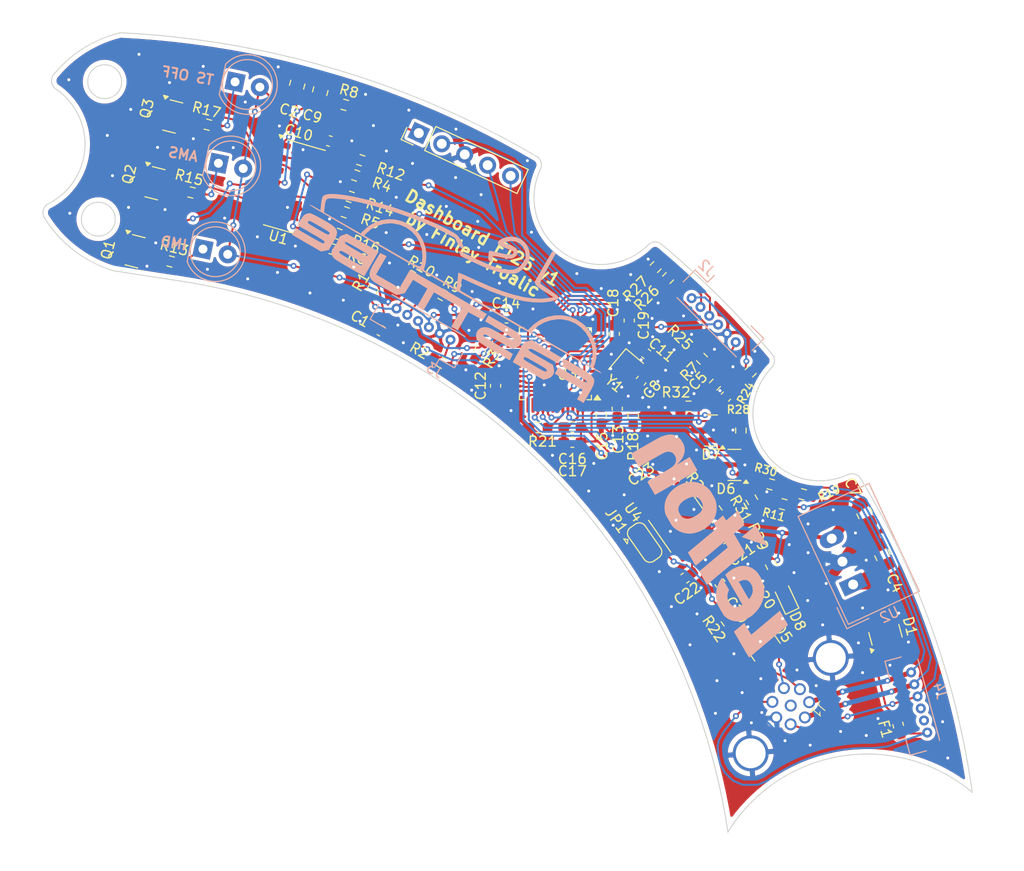
<source format=kicad_pcb>
(kicad_pcb
	(version 20240108)
	(generator "pcbnew")
	(generator_version "8.0")
	(general
		(thickness 1.6)
		(legacy_teardrops no)
	)
	(paper "A4")
	(layers
		(0 "F.Cu" signal)
		(31 "B.Cu" signal)
		(32 "B.Adhes" user "B.Adhesive")
		(33 "F.Adhes" user "F.Adhesive")
		(34 "B.Paste" user)
		(35 "F.Paste" user)
		(36 "B.SilkS" user "B.Silkscreen")
		(37 "F.SilkS" user "F.Silkscreen")
		(38 "B.Mask" user)
		(39 "F.Mask" user)
		(40 "Dwgs.User" user "User.Drawings")
		(41 "Cmts.User" user "User.Comments")
		(42 "Eco1.User" user "User.Eco1")
		(43 "Eco2.User" user "User.Eco2")
		(44 "Edge.Cuts" user)
		(45 "Margin" user)
		(46 "B.CrtYd" user "B.Courtyard")
		(47 "F.CrtYd" user "F.Courtyard")
		(48 "B.Fab" user)
		(49 "F.Fab" user)
		(50 "User.1" user)
		(51 "User.2" user)
		(52 "User.3" user)
		(53 "User.4" user)
		(54 "User.5" user)
		(55 "User.6" user)
		(56 "User.7" user)
		(57 "User.8" user)
		(58 "User.9" user)
	)
	(setup
		(pad_to_mask_clearance 0)
		(allow_soldermask_bridges_in_footprints no)
		(pcbplotparams
			(layerselection 0x00010fc_ffffffff)
			(plot_on_all_layers_selection 0x0000000_00000000)
			(disableapertmacros no)
			(usegerberextensions no)
			(usegerberattributes yes)
			(usegerberadvancedattributes yes)
			(creategerberjobfile yes)
			(dashed_line_dash_ratio 12.000000)
			(dashed_line_gap_ratio 3.000000)
			(svgprecision 4)
			(plotframeref no)
			(viasonmask no)
			(mode 1)
			(useauxorigin no)
			(hpglpennumber 1)
			(hpglpenspeed 20)
			(hpglpendiameter 15.000000)
			(pdf_front_fp_property_popups yes)
			(pdf_back_fp_property_popups yes)
			(dxfpolygonmode yes)
			(dxfimperialunits yes)
			(dxfusepcbnewfont yes)
			(psnegative no)
			(psa4output no)
			(plotreference yes)
			(plotvalue yes)
			(plotfptext yes)
			(plotinvisibletext no)
			(sketchpadsonfab no)
			(subtractmaskfromsilk no)
			(outputformat 1)
			(mirror no)
			(drillshape 0)
			(scaleselection 1)
			(outputdirectory "export/")
		)
	)
	(net 0 "")
	(net 1 "GND")
	(net 2 "Net-(U3-PF0)")
	(net 3 "Net-(U3-PF1)")
	(net 4 "+3.3V")
	(net 5 "/NRST")
	(net 6 "/CAN/Vref")
	(net 7 "/CANH")
	(net 8 "/CANL")
	(net 9 "Net-(D1-A)")
	(net 10 "Net-(JP1-C)")
	(net 11 "Net-(Q1-D)")
	(net 12 "Net-(Q1-G)")
	(net 13 "Net-(Q2-D)")
	(net 14 "Net-(Q2-G)")
	(net 15 "Net-(Q3-G)")
	(net 16 "Net-(U3-BOOT0)")
	(net 17 "Net-(U4-Rs)")
	(net 18 "+24V")
	(net 19 "unconnected-(U3-PA6-Pad16)")
	(net 20 "unconnected-(U3-PB2-Pad20)")
	(net 21 "/CAN/CAN_RX")
	(net 22 "unconnected-(U3-PC15-Pad4)")
	(net 23 "unconnected-(U3-PB14-Pad27)")
	(net 24 "/R2D_BTN")
	(net 25 "unconnected-(U3-PB7-Pad43)")
	(net 26 "/TS ON_BTN")
	(net 27 "Net-(Q3-D)")
	(net 28 "Net-(D2-K)")
	(net 29 "unconnected-(U3-PA15-Pad38)")
	(net 30 "/SWCLK")
	(net 31 "/SDC_In")
	(net 32 "Net-(D3-K)")
	(net 33 "/LEDs/IMD_LED")
	(net 34 "unconnected-(U3-PB12-Pad25)")
	(net 35 "/CAN/CAN_TX")
	(net 36 "unconnected-(U3-PC14-Pad3)")
	(net 37 "/LEDs/AMS_LED")
	(net 38 "/RaceMode_Out")
	(net 39 "Net-(D4-K)")
	(net 40 "unconnected-(U3-PA10-Pad31)")
	(net 41 "/LEDs/TSOFF_LED")
	(net 42 "unconnected-(J1-Pin_8-Pad8)")
	(net 43 "unconnected-(U3-PB9-Pad46)")
	(net 44 "unconnected-(U3-PA8-Pad29)")
	(net 45 "unconnected-(U3-PA9-Pad30)")
	(net 46 "/SWDIO")
	(net 47 "/SDC_Out")
	(net 48 "Net-(J2-Pin_2)")
	(net 49 "Net-(J2-Pin_3)")
	(net 50 "Net-(J2-Pin_6)")
	(net 51 "Net-(J2-Pin_1)")
	(net 52 "Net-(J3-Pin_4)")
	(net 53 "Net-(J3-Pin_6)")
	(net 54 "Net-(J3-Pin_1)")
	(net 55 "Net-(J3-Pin_5)")
	(net 56 "unconnected-(J4-Pin_2-Pad2)")
	(net 57 "unconnected-(J4-Pin_3-Pad3)")
	(net 58 "/TS ON_R")
	(net 59 "/TS ON_G")
	(net 60 "Net-(R12-Pad1)")
	(net 61 "Net-(R14-Pad1)")
	(net 62 "Net-(R16-Pad1)")
	(net 63 "/TS ON_B")
	(net 64 "/R2D_R")
	(net 65 "/R2D_G")
	(net 66 "/R2D_B")
	(net 67 "Net-(U1-Pad12)")
	(net 68 "unconnected-(U3-PB10-Pad21)")
	(net 69 "unconnected-(U3-PB13-Pad26)")
	(net 70 "unconnected-(U3-PB11-Pad22)")
	(net 71 "Net-(D8-A)")
	(net 72 "/LEDs/~{Power_on_test}")
	(net 73 "unconnected-(U3-PB6-Pad42)")
	(net 74 "/SDC_In_3V3")
	(net 75 "/SDC_Out_3V3")
	(net 76 "/RMode_Out_3V3")
	(net 77 "+24V_prot")
	(footprint "Capacitor_SMD:C_0805_2012Metric_Pad1.18x1.45mm_HandSolder" (layer "F.Cu") (at 158.2 100 -65))
	(footprint "Resistor_SMD:R_0603_1608Metric_Pad0.98x0.95mm_HandSolder" (layer "F.Cu") (at 138.5 76.4 45))
	(footprint "Resistor_SMD:R_0603_1608Metric_Pad0.98x0.95mm_HandSolder" (layer "F.Cu") (at 88.616745 74.738288 -14))
	(footprint "Resistor_SMD:R_0603_1608Metric_Pad0.98x0.95mm_HandSolder" (layer "F.Cu") (at 143.34 99.77 125))
	(footprint "Resistor_SMD:R_0603_1608Metric_Pad0.98x0.95mm_HandSolder" (layer "F.Cu") (at 135 90.2125 90))
	(footprint "Capacitor_SMD:C_0603_1608Metric_Pad1.08x0.95mm_HandSolder" (layer "F.Cu") (at 135.8 86.7 -130))
	(footprint "Capacitor_SMD:C_0603_1608Metric_Pad1.08x0.95mm_HandSolder" (layer "F.Cu") (at 140.19471 106.506519 35))
	(footprint "Crystal:Crystal_SMD_2016-4Pin_2.0x1.6mm" (layer "F.Cu") (at 134.286051 85.261754 -130))
	(footprint "Resistor_SMD:R_0603_1608Metric_Pad0.98x0.95mm_HandSolder" (layer "F.Cu") (at 106.132246 69.801513 161))
	(footprint "Resistor_SMD:R_0603_1608Metric_Pad0.98x0.95mm_HandSolder" (layer "F.Cu") (at 115.9 78.1 150))
	(footprint "Resistor_SMD:R_0603_1608Metric_Pad0.98x0.95mm_HandSolder" (layer "F.Cu") (at 107.173379 66.107442 -19))
	(footprint "Resistor_SMD:R_0603_1608Metric_Pad0.98x0.95mm_HandSolder" (layer "F.Cu") (at 150.05 99.1 165))
	(footprint "LED_SMD:LED_0603_1608Metric_Pad1.05x0.95mm_HandSolder" (layer "F.Cu") (at 150.25 108.325 115))
	(footprint "Resistor_SMD:R_0603_1608Metric_Pad0.98x0.95mm_HandSolder" (layer "F.Cu") (at 119.6 83.7 60))
	(footprint "Dashboard:Phoenix_SACC-DSI-M8FS-8CON-M10" (layer "F.Cu") (at 150.8 119.3 -130))
	(footprint "Package_QFP:LQFP-48_7x7mm_P0.5mm" (layer "F.Cu") (at 127.2 85 180))
	(footprint "Resistor_SMD:R_0603_1608Metric_Pad0.98x0.95mm_HandSolder" (layer "F.Cu") (at 146.9 98.65 120))
	(footprint "Resistor_SMD:R_0603_1608Metric_Pad0.98x0.95mm_HandSolder" (layer "F.Cu") (at 106.075 59.025 -15))
	(footprint "Capacitor_SMD:C_0603_1608Metric_Pad1.08x0.95mm_HandSolder" (layer "F.Cu") (at 122.3 80.4 180))
	(footprint "Capacitor_SMD:C_0805_2012Metric_Pad1.18x1.45mm_HandSolder" (layer "F.Cu") (at 160 104.2 115))
	(footprint "Capacitor_SMD:C_0603_1608Metric_Pad1.08x0.95mm_HandSolder" (layer "F.Cu") (at 137.001229 97.111809 35))
	(footprint "Resistor_SMD:R_0603_1608Metric_Pad0.98x0.95mm_HandSolder" (layer "F.Cu") (at 152 98.1 165))
	(footprint "Package_TO_SOT_SMD:SOT-23" (layer "F.Cu") (at 148.09471 113.406519 -55))
	(footprint "Resistor_SMD:R_0603_1608Metric_Pad0.98x0.95mm_HandSolder" (layer "F.Cu") (at 146.9 109.1 -55))
	(footprint "Resistor_SMD:R_0603_1608Metric_Pad0.98x0.95mm_HandSolder" (layer "F.Cu") (at 106.625 68.25 -19))
	(footprint "Package_TO_SOT_SMD:SOT-23" (layer "F.Cu") (at 145.15 95.15 180))
	(footprint "Capacitor_SMD:C_0603_1608Metric_Pad1.08x0.95mm_HandSolder" (layer "F.Cu") (at 133.4 89.5 -90))
	(footprint "Resistor_SMD:R_0603_1608Metric_Pad0.98x0.95mm_HandSolder" (layer "F.Cu") (at 107.675 64.575 -19))
	(footprint "Jumper:SolderJumper-3_P1.3mm_Open_RoundedPad1.0x1.5mm" (layer "F.Cu") (at 136.14906 102.941621 -55))
	(footprint "Resistor_SMD:R_0603_1608Metric_Pad0.98x0.95mm_HandSolder" (layer "F.Cu") (at 92.350348 61.013198 166))
	(footprint "Resistor_SMD:R_0603_1608Metric_Pad0.98x0.95mm_HandSolder" (layer "F.Cu") (at 140.5475 89.27))
	(footprint "Resistor_SMD:R_0603_1608Metric_Pad0.98x0.95mm_HandSolder" (layer "F.Cu") (at 145.8 91.7 90))
	(footprint "Resistor_SMD:R_0603_1608Metric_Pad0.98x0.95mm_HandSolder" (layer "F.Cu") (at 115.8 84.9 150))
	(footprint "Capacitor_SMD:C_0603_1608Metric_Pad1.08x0.95mm_HandSolder" (layer "F.Cu") (at 121.2 87.2125 90))
	(footprint "Capacitor_SMD:C_0603_1608Metric_Pad1.08x0.95mm_HandSolder" (layer "F.Cu") (at 134.6 80.6625 90))
	(footprint "Resistor_SMD:R_0603_1608Metric_Pad0.98x0.95mm_HandSolder" (layer "F.Cu") (at 148.8 97.1 -15))
	(footprint "Package_TO_SOT_SMD:SOT-23" (layer "F.Cu") (at 160.3 112.2 105))
	(footprint "Capacitor_SMD:C_0603_1608Metric_Pad1.08x0.95mm_HandSolder" (layer "F.Cu") (at 104.53 62.65 -16))
	(footprint "Capacitor_SMD:C_0603_1608Metric_Pad1.08x0.95mm_HandSolder"
		(layer "F.Cu")
		(uuid "863a3182-9163-4468-aef0-044d3878c2f2")
		(at 131.8 90.1625 -90)
		(descr "Capacitor SMD 0603 (1608 Metric), square (rectangular) end terminal, IPC_7351 nominal with elongated pad for handsoldering. (Body size source: IPC-SM-782 page 76, https://www.pcb-3d.com/wordpress/wp-content/uploads/ipc-sm-782a_amendment_1_and_2.pdf), generated with kicad-footprint-generator")
		(tags "capacitor handsolder")
		(property "Reference" "C15"
			(at 3.1 -0.1 90)
			(layer "F.SilkS")
			(uuid "99b991e4-855d-4774-b4c3-206d8f0f4f12")
			(effects
				(font
					(size 1 1)
					(thickness 0.15)
				)
			)
		)
		(property "Value" "100nF"
			(at 0 1.43 90)
			(layer "F.Fab")
			(uuid "2762d99b-0490-4886-8a1b-952b588779f2")
			(effects
				(font
					(size 1 1)
					(thickness 0.15)
				)
			)
		)
		(property "Footprint" "Capacitor_SMD:C_0603_1608Metric_Pad1.08x0.95mm_HandSolder"
			(at 0 0 -90)
			(unlocked yes)
			(layer "F.Fab")
			(hide yes)
			(uuid "d0d0434d-5e1c-46be-ac38-6968c29e796a")
			(effects
				(font
					(size 1.27 1.27)
					(thickness 0.15)
				)
			)
		)
		(property "Datasheet" ""
			(at 0 0 -90)
			(unlocked yes)
			(layer "F.Fab")
			(hide yes)
			(uuid "cfcf523b-e513-4e7e-b4fd-a0ba17c6db62")
			(effects
				(font
					(size 1.27 1.27)
					(thickness 0.15)
				)
			)
		)
		(property "Description" ""
			(at 0 0 -90)
			(unlocked yes)
			(layer "F.Fab")
			(hide yes)
			(uuid "006fe29c-50ff-49d6-b54a-d1ac7782e861")
			(effects
				(font
					(size 1.27 1.27)
					(thickness 0.15)
				)
			)
		)
		(property ki_fp_filters "C_*")
		(path "/cdf3d5ac-2e7e-40b0-acd1-17653c06fd2d")
		(sheetname "Stammblatt")
		(sheetfile "dashboard-FT25.kicad_sch")
		(attr smd)
		(fp_line
			(start -0.146267 0.51)
			(end 0.146267 0.51)
			(stroke
				(width 0.12)
				(type solid)
			)
			(layer "F.SilkS")
			(uuid "dafeeb12-3a8d-4714-9b6c-9fbd3daeed77")
		)
		(fp_line
			(start -0.146267 -0.51)
			(end 0.146267 -0.51)
			(stroke
				(width 0.12)
				(type solid)
			)
			(layer "F.SilkS")
			(uuid "d21dcee4-1422-4113-9cac-48e8e01afa4e")
		)
		(fp_line
			(start -1.65 0.73)
			(end -1.65 -0.73)
			(stroke
				(width 0.05)
				(type solid)
			)
			(layer "F.CrtYd")
			(uuid "13485849-3fdb-4799-8efa-ffa42adbbd4e")
		)
		(fp_line
			(start 1.65 0.73)
			(end -1.65 0.73)
			(stroke
				(width 0.05)
				(type solid)
			)
			(layer "F.CrtYd")
			(uuid "f6b77837-743f-4490-8762-2287b5dd22d1")
		)
		(fp_line
			(start -1.65 -0.73)
			(end 1.65 -0.73)
			(stroke
				(width 0.05)
				(type solid)
			)
			(layer "F.CrtYd")
			(uuid "bb8a6f21-9b39-446b-b112-8592ba71b5f2")
		)
		(fp_line
			(start 1.65 -0.73)
			(end 1.65 0.73)
			(stroke
				(width 0.05)
				(type solid)
			)
			(layer "F.CrtYd")
			(uuid "6d7cfc7f-a382-4f3a-b4f8-e14f82d86fab")
		)
		(fp_line
			(start -0.8 0.4)
			(end -0.8 -0.4)
			(stroke
				(width 0.1)
				(type solid)
			)
			(layer "F.Fab")
			(uuid "3a8604b3-5c54-4d4b-bd1f-ac59bf163829")
		)
		(fp_line
			(start 0.8 0.4)
			(end -0.8 0.4)
			(stroke
				(width 0.1)
				(type solid)
			)
			(layer "F.Fab")
			(uuid "781ee60f-2fbe-4e91-84cf-8776029fe7de")
		)
		(fp_line
			(start -0.8 -0.4)
			(end 0.8 -0.4)
			(stroke
				(width 0.1)
				(type solid)
			)
			(laye
... [744021 chars truncated]
</source>
